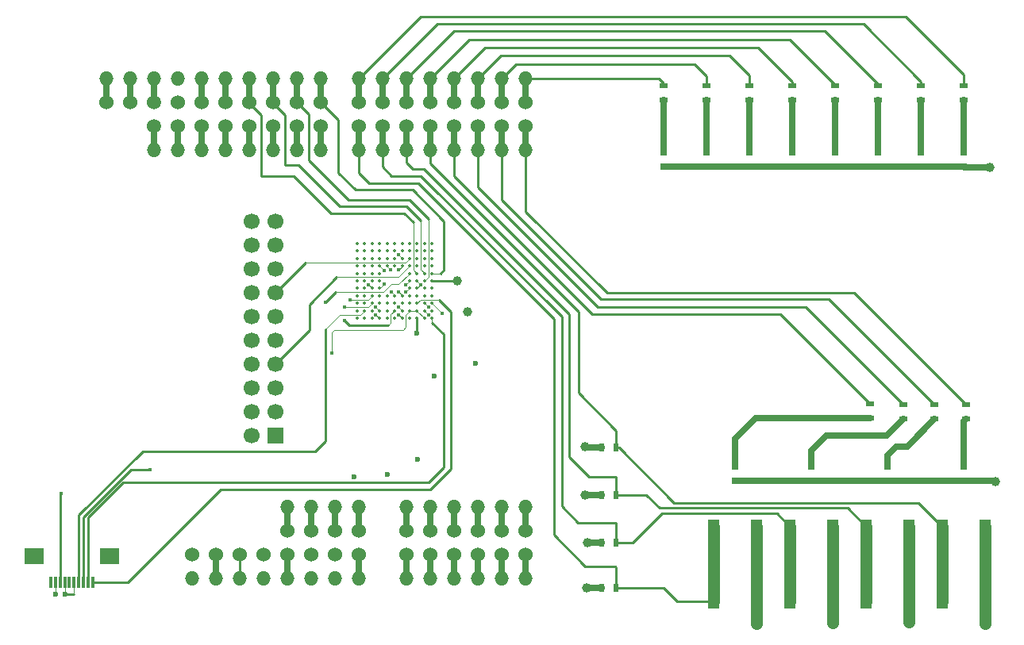
<source format=gbr>
G04 #@! TF.FileFunction,Copper,L1,Top,Signal*
%FSLAX46Y46*%
G04 Gerber Fmt 4.6, Leading zero omitted, Abs format (unit mm)*
G04 Created by KiCad (PCBNEW 4.0.6) date Tuesday 10. October 2017 13:08:52*
%MOMM*%
%LPD*%
G01*
G04 APERTURE LIST*
%ADD10C,0.100000*%
%ADD11R,2.000000X1.800000*%
%ADD12R,0.300000X1.300000*%
%ADD13O,1.524000X1.524000*%
%ADD14R,1.700000X1.700000*%
%ADD15C,1.700000*%
%ADD16C,0.350000*%
%ADD17R,0.500000X0.900000*%
%ADD18R,0.900000X0.500000*%
%ADD19C,1.524000*%
%ADD20C,1.523000*%
%ADD21R,1.300000X1.550000*%
%ADD22R,0.800000X0.800000*%
%ADD23C,1.000000*%
%ADD24C,0.400000*%
%ADD25C,0.600000*%
%ADD26C,0.635000*%
%ADD27C,1.270000*%
%ADD28C,0.250000*%
G04 APERTURE END LIST*
D10*
D11*
X138047000Y-124647200D03*
D12*
X139847000Y-127397200D03*
X140347000Y-127397200D03*
X140847000Y-127397200D03*
X141347000Y-127397200D03*
X141847000Y-127397200D03*
X142347000Y-127397200D03*
X142847000Y-127397200D03*
X143347000Y-127397200D03*
X143847000Y-127397200D03*
D11*
X146147000Y-124647200D03*
D12*
X144347000Y-127397200D03*
D13*
X168656000Y-73660000D03*
X166116000Y-73660000D03*
X163576000Y-73660000D03*
X161036000Y-73660000D03*
X158496000Y-73660000D03*
X155956000Y-73660000D03*
X153416000Y-73660000D03*
X150876000Y-73660000D03*
X148336000Y-73660000D03*
X145796000Y-73660000D03*
X154940000Y-127000000D03*
X157480000Y-127000000D03*
X160020000Y-127000000D03*
X162560000Y-127000000D03*
X165100000Y-127000000D03*
X167640000Y-127000000D03*
X170180000Y-127000000D03*
X172720000Y-127000000D03*
X190500000Y-73660000D03*
X187960000Y-73660000D03*
X185420000Y-73660000D03*
X182880000Y-73660000D03*
X180340000Y-73660000D03*
X177800000Y-73660000D03*
X175260000Y-73660000D03*
X172720000Y-73660000D03*
X168656000Y-81280000D03*
X166116000Y-81280000D03*
X163576000Y-81280000D03*
X161036000Y-81280000D03*
X158496000Y-81280000D03*
X155956000Y-81280000D03*
X153416000Y-81280000D03*
X150876000Y-81280000D03*
X190500000Y-81280000D03*
X187960000Y-81280000D03*
X185420000Y-81280000D03*
X182880000Y-81280000D03*
X180340000Y-81280000D03*
X177800000Y-81280000D03*
X175260000Y-81280000D03*
X172720000Y-81280000D03*
X177800000Y-127000000D03*
X180340000Y-127000000D03*
X182880000Y-127000000D03*
X185420000Y-127000000D03*
X187960000Y-127000000D03*
X190500000Y-127000000D03*
X165100000Y-119380000D03*
X167640000Y-119380000D03*
X170180000Y-119380000D03*
X172720000Y-119380000D03*
X177800000Y-119380000D03*
X180340000Y-119380000D03*
X182880000Y-119380000D03*
X185420000Y-119380000D03*
X187960000Y-119380000D03*
X190500000Y-119380000D03*
D14*
X163830000Y-111760000D03*
D15*
X161290000Y-111760000D03*
X163830000Y-109220000D03*
X161290000Y-109220000D03*
X163830000Y-106680000D03*
X161290000Y-106680000D03*
X163830000Y-104140000D03*
X161290000Y-104140000D03*
X163830000Y-101600000D03*
X161290000Y-101600000D03*
X163830000Y-99060000D03*
X161290000Y-99060000D03*
X163830000Y-96520000D03*
X161290000Y-96520000D03*
X163830000Y-93980000D03*
X161290000Y-93980000D03*
X163830000Y-91440000D03*
X161290000Y-91440000D03*
X163830000Y-88900000D03*
X161290000Y-88900000D03*
D16*
X172530000Y-91250000D03*
X173330000Y-91250000D03*
X174130000Y-91250000D03*
X174930000Y-91250000D03*
X175730000Y-91250000D03*
X176530000Y-91250000D03*
X177330000Y-91250000D03*
X178130000Y-91250000D03*
X178930000Y-91250000D03*
X179730000Y-91250000D03*
X180530000Y-91250000D03*
X172530000Y-92050000D03*
X173330000Y-92050000D03*
X174130000Y-92050000D03*
X174930000Y-92050000D03*
X175730000Y-92050000D03*
X176530000Y-92050000D03*
X177330000Y-92050000D03*
X178130000Y-92050000D03*
X178930000Y-92050000D03*
X179730000Y-92050000D03*
X180530000Y-92050000D03*
X172530000Y-92850000D03*
X173330000Y-92850000D03*
X174130000Y-92850000D03*
X174930000Y-92850000D03*
X175730000Y-92850000D03*
X176530000Y-92850000D03*
X177330000Y-92850000D03*
X178130000Y-92850000D03*
X178930000Y-92850000D03*
X179730000Y-92850000D03*
X180530000Y-92850000D03*
X172530000Y-93650000D03*
X173330000Y-93650000D03*
X174130000Y-93650000D03*
X174930000Y-93650000D03*
X175730000Y-93650000D03*
X176530000Y-93650000D03*
X177330000Y-93650000D03*
X178130000Y-93650000D03*
X178930000Y-93650000D03*
X179730000Y-93650000D03*
X180530000Y-93650000D03*
X172530000Y-94450000D03*
X173330000Y-94450000D03*
X174130000Y-94450000D03*
X174930000Y-94450000D03*
X178130000Y-94450000D03*
X178930000Y-94450000D03*
X179730000Y-94450000D03*
X180530000Y-94450000D03*
X172530000Y-95250000D03*
X173330000Y-95250000D03*
X174130000Y-95250000D03*
X174930000Y-95250000D03*
X178130000Y-95250000D03*
X178930000Y-95250000D03*
X179730000Y-95250000D03*
X180530000Y-95250000D03*
X172530000Y-96050000D03*
X173330000Y-96050000D03*
X174130000Y-96050000D03*
X174930000Y-96050000D03*
X178130000Y-96050000D03*
X178930000Y-96050000D03*
X179730000Y-96050000D03*
X180530000Y-96050000D03*
X172530000Y-96850000D03*
X173330000Y-96850000D03*
X174130000Y-96850000D03*
X174930000Y-96850000D03*
X175730000Y-96850000D03*
X176530000Y-96850000D03*
X177330000Y-96850000D03*
X178130000Y-96850000D03*
X178930000Y-96850000D03*
X179730000Y-96850000D03*
X180530000Y-96850000D03*
X172530000Y-97650000D03*
X173330000Y-97650000D03*
X174130000Y-97650000D03*
X174930000Y-97650000D03*
X175730000Y-97650000D03*
X176530000Y-97650000D03*
X177330000Y-97650000D03*
X178130000Y-97650000D03*
X178930000Y-97650000D03*
X179730000Y-97650000D03*
X180530000Y-97650000D03*
X172530000Y-98450000D03*
X173330000Y-98450000D03*
X174130000Y-98450000D03*
X174930000Y-98450000D03*
X175730000Y-98450000D03*
X176530000Y-98450000D03*
X177330000Y-98450000D03*
X178130000Y-98450000D03*
X178930000Y-98450000D03*
X179730000Y-98450000D03*
X180530000Y-98450000D03*
X172530000Y-99250000D03*
X173330000Y-99250000D03*
X174130000Y-99250000D03*
X174930000Y-99250000D03*
X175730000Y-99250000D03*
X176530000Y-99250000D03*
X177330000Y-99250000D03*
X178130000Y-99250000D03*
X178930000Y-99250000D03*
X179730000Y-99250000D03*
X180530000Y-99250000D03*
D17*
X200140000Y-128016000D03*
X198640000Y-128016000D03*
D18*
X227279200Y-109919200D03*
X227279200Y-108419200D03*
X230784400Y-109970000D03*
X230784400Y-108470000D03*
X234137200Y-109970000D03*
X234137200Y-108470000D03*
X237490000Y-109970000D03*
X237490000Y-108470000D03*
D17*
X200140000Y-123190000D03*
X198640000Y-123190000D03*
X200140000Y-118110000D03*
X198640000Y-118110000D03*
X200140000Y-113030000D03*
X198640000Y-113030000D03*
D18*
X237236000Y-75934000D03*
X237236000Y-74434000D03*
X232664000Y-75934000D03*
X232664000Y-74434000D03*
X228092000Y-75934000D03*
X228092000Y-74434000D03*
X223520000Y-75934000D03*
X223520000Y-74434000D03*
X218948000Y-75934000D03*
X218948000Y-74434000D03*
X214376000Y-75934000D03*
X214376000Y-74434000D03*
X209804000Y-75934000D03*
X209804000Y-74434000D03*
X205232000Y-75934000D03*
X205232000Y-74434000D03*
D19*
X165100000Y-121920000D03*
X167640000Y-121920000D03*
X170180000Y-121920000D03*
X172720000Y-121920000D03*
X182880000Y-121920000D03*
X180340000Y-121920000D03*
X177800000Y-121920000D03*
X185420000Y-121920000D03*
X187960000Y-121920000D03*
X190500000Y-121920000D03*
D20*
X150876000Y-78740000D03*
D19*
X153416000Y-78740000D03*
X155956000Y-78740000D03*
X158496000Y-78740000D03*
X161036000Y-78740000D03*
X163576000Y-78740000D03*
X166116000Y-78740000D03*
X168656000Y-78740000D03*
X172720000Y-78740000D03*
X175260000Y-78740000D03*
X177800000Y-78740000D03*
X180340000Y-78740000D03*
X182880000Y-78740000D03*
X185420000Y-78740000D03*
X187960000Y-78740000D03*
X190500000Y-78740000D03*
X190500000Y-124460000D03*
X187960000Y-124460000D03*
X185420000Y-124460000D03*
X177800000Y-124460000D03*
X180340000Y-124460000D03*
X182880000Y-124460000D03*
X172720000Y-124460000D03*
X170180000Y-124460000D03*
X167640000Y-124460000D03*
X162560000Y-124460000D03*
X160020000Y-124460000D03*
X190500000Y-76200000D03*
X187960000Y-76200000D03*
X185420000Y-76200000D03*
X182880000Y-76200000D03*
X180340000Y-76200000D03*
X177800000Y-76200000D03*
X175260000Y-76200000D03*
X172720000Y-76200000D03*
X168656000Y-76200000D03*
X166116000Y-76200000D03*
X163576000Y-76200000D03*
X161036000Y-76200000D03*
X158496000Y-76200000D03*
X155956000Y-76200000D03*
X153416000Y-76200000D03*
D20*
X150876000Y-76200000D03*
D19*
X165100000Y-124460000D03*
X148336000Y-76200000D03*
X145796000Y-76200000D03*
X157480000Y-124460000D03*
X154940000Y-124460000D03*
D21*
X215102000Y-129451000D03*
X215102000Y-121501000D03*
X210602000Y-121501000D03*
X210602000Y-129451000D03*
X223230000Y-129451000D03*
X223230000Y-121501000D03*
X218730000Y-121501000D03*
X218730000Y-129451000D03*
X231358000Y-129451000D03*
X231358000Y-121501000D03*
X226858000Y-121501000D03*
X226858000Y-129451000D03*
X239486000Y-129451000D03*
X239486000Y-121501000D03*
X234986000Y-121501000D03*
X234986000Y-129451000D03*
D22*
X212852000Y-115024000D03*
X212852000Y-116624000D03*
X220980000Y-115024000D03*
X220980000Y-116624000D03*
X229108000Y-115024000D03*
X229108000Y-116624000D03*
X237236000Y-115024000D03*
X237236000Y-116624000D03*
X237236000Y-81496000D03*
X237236000Y-83096000D03*
X232664000Y-81496000D03*
X232664000Y-83096000D03*
X228092000Y-81496000D03*
X228092000Y-83096000D03*
X223520000Y-81496000D03*
X223520000Y-83096000D03*
X218948000Y-81496000D03*
X218948000Y-83096000D03*
X214376000Y-81496000D03*
X214376000Y-83096000D03*
X209804000Y-81496000D03*
X209804000Y-83096000D03*
X205232000Y-81496000D03*
X205232000Y-83096000D03*
D23*
X184302400Y-98552000D03*
D24*
X174523400Y-98044000D03*
X180136800Y-98856800D03*
X176936400Y-98044000D03*
X176936400Y-98856800D03*
X173736000Y-95656400D03*
X176149000Y-96418400D03*
X179324000Y-95656400D03*
X176936400Y-92456000D03*
X175437800Y-94157800D03*
D23*
X240614200Y-116636800D03*
X239496600Y-131851400D03*
X231368600Y-131699000D03*
X223215200Y-131775200D03*
X215112600Y-131826000D03*
X240030000Y-83185000D03*
D25*
X180746400Y-105435400D03*
X172212000Y-116205000D03*
X178968400Y-114300000D03*
X140335000Y-128727200D03*
D24*
X177698400Y-95656400D03*
X177723800Y-96443800D03*
X174523400Y-98856800D03*
X175387000Y-95631000D03*
X176936400Y-96418400D03*
X176123600Y-94081600D03*
X176936400Y-94107000D03*
D23*
X196824600Y-112953800D03*
X196824600Y-118110000D03*
X197078600Y-123215400D03*
X197053200Y-128041400D03*
D25*
X185140600Y-104038400D03*
X175768000Y-115925600D03*
X141351000Y-128676400D03*
D23*
X183235600Y-95250000D03*
D25*
X178917600Y-100812600D03*
D24*
X169164000Y-97510600D03*
X171196000Y-99491800D03*
X171780200Y-97256600D03*
X171196000Y-98018600D03*
X180136800Y-98044000D03*
X150469600Y-115417600D03*
X169799000Y-102946200D03*
X181610000Y-98729800D03*
X140944600Y-117932200D03*
D10*
X174930000Y-98450000D02*
X174929400Y-98450000D01*
X174929400Y-98450000D02*
X174523400Y-98044000D01*
X179730000Y-98450000D02*
X180136800Y-98856800D01*
X177330000Y-98450000D02*
X177330000Y-98437600D01*
X177330000Y-98437600D02*
X176936400Y-98044000D01*
X177330000Y-99250000D02*
X177329600Y-99250000D01*
X177329600Y-99250000D02*
X176936400Y-98856800D01*
X174130000Y-96050000D02*
X174129600Y-96050000D01*
X174129600Y-96050000D02*
X173736000Y-95656400D01*
X176530000Y-96850000D02*
X176530000Y-96799400D01*
X176530000Y-96799400D02*
X176149000Y-96418400D01*
X178930000Y-95250000D02*
X178930000Y-95262400D01*
X178930000Y-95262400D02*
X179324000Y-95656400D01*
X178930000Y-96050000D02*
X178930400Y-96050000D01*
X178930400Y-96050000D02*
X179324000Y-95656400D01*
X177330000Y-92850000D02*
X177330000Y-92849600D01*
X177330000Y-92849600D02*
X176936400Y-92456000D01*
X174930000Y-93650000D02*
X175437800Y-94157800D01*
D26*
X237236000Y-116624000D02*
X240601400Y-116624000D01*
X240601400Y-116624000D02*
X240614200Y-116636800D01*
X212852000Y-116624000D02*
X220980000Y-116624000D01*
X220980000Y-116624000D02*
X229108000Y-116624000D01*
X229108000Y-116624000D02*
X237236000Y-116624000D01*
D27*
X239486000Y-129451000D02*
X239486000Y-131840800D01*
X231358000Y-129451000D02*
X231358000Y-131688400D01*
X223230000Y-129451000D02*
X223230000Y-131760400D01*
X215102000Y-129451000D02*
X215102000Y-131815400D01*
X239486000Y-129451000D02*
X239486000Y-121501000D01*
X231358000Y-129451000D02*
X231358000Y-121501000D01*
X223230000Y-129451000D02*
X223230000Y-121501000D01*
X215102000Y-129451000D02*
X215102000Y-121501000D01*
D26*
X205232000Y-83096000D02*
X209804000Y-83096000D01*
X209804000Y-83096000D02*
X214376000Y-83096000D01*
X214376000Y-83096000D02*
X218948000Y-83096000D01*
X218948000Y-83096000D02*
X223520000Y-83096000D01*
X223520000Y-83096000D02*
X228092000Y-83096000D01*
X228092000Y-83096000D02*
X232664000Y-83096000D01*
X232664000Y-83096000D02*
X237236000Y-83096000D01*
X237236000Y-83096000D02*
X237325000Y-83185000D01*
X237325000Y-83185000D02*
X240030000Y-83185000D01*
D10*
X140347000Y-127397200D02*
X140347000Y-128715200D01*
X140347000Y-128715200D02*
X140335000Y-128727200D01*
D26*
X212852000Y-115024000D02*
X212852000Y-112090200D01*
X215023000Y-109919200D02*
X227279200Y-109919200D01*
X212852000Y-112090200D02*
X215023000Y-109919200D01*
X220980000Y-115024000D02*
X220980000Y-113385600D01*
X228994400Y-111760000D02*
X230784400Y-109970000D01*
X222605600Y-111760000D02*
X228994400Y-111760000D01*
X220980000Y-113385600D02*
X222605600Y-111760000D01*
X229108000Y-115024000D02*
X229108000Y-113842800D01*
X231178800Y-112928400D02*
X234137200Y-109970000D01*
X230022400Y-112928400D02*
X231178800Y-112928400D01*
X229108000Y-113842800D02*
X230022400Y-112928400D01*
X237236000Y-115024000D02*
X237236000Y-110224000D01*
X237236000Y-110224000D02*
X237490000Y-109970000D01*
X237236000Y-75934000D02*
X237236000Y-81496000D01*
X232664000Y-75934000D02*
X232664000Y-81496000D01*
X228092000Y-75934000D02*
X228092000Y-81496000D01*
X223520000Y-75934000D02*
X223520000Y-81496000D01*
X218948000Y-75934000D02*
X218948000Y-81496000D01*
X214376000Y-75934000D02*
X214376000Y-81496000D01*
X209804000Y-75934000D02*
X209804000Y-81496000D01*
X205232000Y-75934000D02*
X205232000Y-81496000D01*
X165100000Y-127000000D02*
X165100000Y-124460000D01*
D28*
X160020000Y-127000000D02*
X160020000Y-124460000D01*
D26*
X177800000Y-127000000D02*
X177800000Y-124460000D01*
X180340000Y-127000000D02*
X180340000Y-124460000D01*
X182880000Y-127000000D02*
X182880000Y-124460000D01*
X185420000Y-127000000D02*
X185420000Y-124460000D01*
X187960000Y-127000000D02*
X187960000Y-124460000D01*
X190500000Y-127000000D02*
X190500000Y-124460000D01*
X165100000Y-121920000D02*
X165100000Y-119380000D01*
X167640000Y-121920000D02*
X167640000Y-119380000D01*
X177800000Y-121920000D02*
X177800000Y-119380000D01*
X180340000Y-121920000D02*
X180340000Y-119380000D01*
X182880000Y-121920000D02*
X182880000Y-119380000D01*
X185420000Y-121920000D02*
X185420000Y-119380000D01*
X187960000Y-121920000D02*
X187960000Y-119380000D01*
X190500000Y-121920000D02*
X190500000Y-119380000D01*
X158496000Y-73660000D02*
X158496000Y-76200000D01*
X155956000Y-76200000D02*
X155956000Y-73660000D01*
X168656000Y-81280000D02*
X168656000Y-78740000D01*
X166116000Y-81280000D02*
X166116000Y-78740000D01*
X163576000Y-81280000D02*
X163576000Y-78740000D01*
X161036000Y-81280000D02*
X161036000Y-78740000D01*
X158496000Y-78740000D02*
X158496000Y-81280000D01*
X155956000Y-81280000D02*
X155956000Y-78740000D01*
X153416000Y-81280000D02*
X153416000Y-78740000D01*
X150876000Y-78740000D02*
X150876000Y-81280000D01*
D10*
X178130000Y-95250000D02*
X178104800Y-95250000D01*
X178104800Y-95250000D02*
X177698400Y-95656400D01*
X178130000Y-96050000D02*
X178117600Y-96050000D01*
X178117600Y-96050000D02*
X177723800Y-96443800D01*
X174930000Y-99250000D02*
X174916600Y-99250000D01*
X174916600Y-99250000D02*
X174523400Y-98856800D01*
X174930000Y-96050000D02*
X174968000Y-96050000D01*
X174968000Y-96050000D02*
X175387000Y-95631000D01*
X177330000Y-96850000D02*
X177330000Y-96812000D01*
X177330000Y-96812000D02*
X176936400Y-96418400D01*
X178130000Y-95250000D02*
X178079400Y-95250000D01*
X178130000Y-95250000D02*
X178054000Y-95250000D01*
X178130000Y-96050000D02*
X178041200Y-96050000D01*
X175730000Y-93650000D02*
X175730000Y-93688000D01*
X175730000Y-93688000D02*
X176123600Y-94081600D01*
X177330000Y-93650000D02*
X177330000Y-93713400D01*
X177330000Y-93713400D02*
X176936400Y-94107000D01*
D26*
X198640000Y-113030000D02*
X196900800Y-113030000D01*
X198640000Y-118110000D02*
X196824600Y-118110000D01*
X198640000Y-123190000D02*
X197104000Y-123190000D01*
X198640000Y-128016000D02*
X197078600Y-128016000D01*
D10*
X142347000Y-127397200D02*
X142347000Y-128721800D01*
X141347000Y-128672400D02*
X141351000Y-128676400D01*
X141347000Y-128672400D02*
X141347000Y-127397200D01*
D28*
X142301600Y-128676400D02*
X141351000Y-128676400D01*
X142347000Y-128721800D02*
X142301600Y-128676400D01*
X205232000Y-74434000D02*
X205232000Y-74142600D01*
X204749400Y-73660000D02*
X190500000Y-73660000D01*
X205232000Y-74142600D02*
X204749400Y-73660000D01*
D26*
X190500000Y-76200000D02*
X190500000Y-73660000D01*
D28*
X209804000Y-74434000D02*
X209804000Y-73406000D01*
X189484000Y-72136000D02*
X187960000Y-73660000D01*
X208534000Y-72136000D02*
X189484000Y-72136000D01*
X209804000Y-73406000D02*
X208534000Y-72136000D01*
D26*
X187960000Y-73660000D02*
X187960000Y-76200000D01*
D28*
X214376000Y-74434000D02*
X214376000Y-73329800D01*
X187833000Y-71247000D02*
X185420000Y-73660000D01*
X212293200Y-71247000D02*
X187833000Y-71247000D01*
X214376000Y-73329800D02*
X212293200Y-71247000D01*
D26*
X185420000Y-76200000D02*
X185420000Y-73660000D01*
D28*
X218948000Y-74434000D02*
X218948000Y-73990200D01*
X186182000Y-70358000D02*
X182880000Y-73660000D01*
X215315800Y-70358000D02*
X186182000Y-70358000D01*
X218948000Y-73990200D02*
X215315800Y-70358000D01*
D26*
X182880000Y-73660000D02*
X182880000Y-76200000D01*
D28*
X223520000Y-74434000D02*
X223520000Y-74371200D01*
X223520000Y-74371200D02*
X218668600Y-69519800D01*
X218668600Y-69519800D02*
X184480200Y-69519800D01*
X184480200Y-69519800D02*
X180340000Y-73660000D01*
D26*
X180340000Y-76200000D02*
X180340000Y-73660000D01*
D28*
X228092000Y-74434000D02*
X228092000Y-74244200D01*
X228092000Y-74244200D02*
X222402400Y-68554600D01*
X222402400Y-68554600D02*
X182905400Y-68554600D01*
X182905400Y-68554600D02*
X177800000Y-73660000D01*
D26*
X177800000Y-73660000D02*
X177800000Y-76200000D01*
D28*
X181076600Y-67843400D02*
X175260000Y-73660000D01*
X226542600Y-67843400D02*
X181076600Y-67843400D01*
X232664000Y-73964800D02*
X226542600Y-67843400D01*
X232664000Y-74434000D02*
X232664000Y-73964800D01*
D26*
X175260000Y-76200000D02*
X175260000Y-73660000D01*
D28*
X179349400Y-67030600D02*
X172720000Y-73660000D01*
X231063800Y-67030600D02*
X179349400Y-67030600D01*
X237236000Y-73202800D02*
X231063800Y-67030600D01*
X237236000Y-74434000D02*
X237236000Y-73202800D01*
D26*
X172720000Y-73660000D02*
X172720000Y-76200000D01*
D28*
X190500000Y-81280000D02*
X190500000Y-87858600D01*
X225565400Y-96545400D02*
X237490000Y-108470000D01*
X199186800Y-96545400D02*
X225565400Y-96545400D01*
X190500000Y-87858600D02*
X199186800Y-96545400D01*
D26*
X190500000Y-78740000D02*
X190500000Y-81280000D01*
D28*
X187960000Y-81280000D02*
X187960000Y-86588600D01*
X222873000Y-97205800D02*
X234137200Y-108470000D01*
X198577200Y-97205800D02*
X222873000Y-97205800D01*
X187960000Y-86588600D02*
X198577200Y-97205800D01*
D26*
X187960000Y-81280000D02*
X187960000Y-78740000D01*
D28*
X185420000Y-81280000D02*
X185420000Y-85267800D01*
X220358400Y-98044000D02*
X230784400Y-108470000D01*
X198196200Y-98044000D02*
X220358400Y-98044000D01*
X185420000Y-85267800D02*
X198196200Y-98044000D01*
D26*
X185420000Y-81280000D02*
X185420000Y-78740000D01*
D28*
X182880000Y-81280000D02*
X182880000Y-84048600D01*
X217640600Y-98780600D02*
X227279200Y-108419200D01*
X197612000Y-98780600D02*
X217640600Y-98780600D01*
X182880000Y-84048600D02*
X197612000Y-98780600D01*
D26*
X182880000Y-81280000D02*
X182880000Y-78740000D01*
D28*
X180340000Y-81280000D02*
X180340000Y-82753200D01*
X200140000Y-111214600D02*
X200140000Y-113030000D01*
X196138800Y-107213400D02*
X200140000Y-111214600D01*
X196138800Y-98552000D02*
X196138800Y-107213400D01*
X180340000Y-82753200D02*
X196138800Y-98552000D01*
X200140000Y-113030000D02*
X200456800Y-113030000D01*
X232407800Y-118922800D02*
X234986000Y-121501000D01*
X206349600Y-118922800D02*
X232407800Y-118922800D01*
X200456800Y-113030000D02*
X206349600Y-118922800D01*
D26*
X180340000Y-81280000D02*
X180340000Y-78740000D01*
D27*
X234986000Y-129451000D02*
X234986000Y-121501000D01*
D28*
X177800000Y-81280000D02*
X177800000Y-82600800D01*
X200140000Y-116167600D02*
X200140000Y-118110000D01*
X200126600Y-116154200D02*
X200140000Y-116167600D01*
X197281800Y-116154200D02*
X200126600Y-116154200D01*
X195173600Y-114046000D02*
X197281800Y-116154200D01*
X195173600Y-98831400D02*
X195173600Y-114046000D01*
X179654200Y-83312000D02*
X195173600Y-98831400D01*
X178511200Y-83312000D02*
X179654200Y-83312000D01*
X177800000Y-82600800D02*
X178511200Y-83312000D01*
X200140000Y-118110000D02*
X203403200Y-118110000D01*
X203403200Y-118110000D02*
X204800200Y-119507000D01*
X204800200Y-119507000D02*
X224864000Y-119507000D01*
X224864000Y-119507000D02*
X226858000Y-121501000D01*
D26*
X177800000Y-81280000D02*
X177800000Y-78740000D01*
D27*
X226858000Y-129451000D02*
X226858000Y-121501000D01*
D28*
X175260000Y-81280000D02*
X175260000Y-83083400D01*
X200140000Y-121095200D02*
X200140000Y-123190000D01*
X200101200Y-121056400D02*
X200140000Y-121095200D01*
X196113400Y-121056400D02*
X200101200Y-121056400D01*
X194360800Y-119303800D02*
X196113400Y-121056400D01*
X194360800Y-99060000D02*
X194360800Y-119303800D01*
X179349400Y-84048600D02*
X194360800Y-99060000D01*
X176225200Y-84048600D02*
X179349400Y-84048600D01*
X175260000Y-83083400D02*
X176225200Y-84048600D01*
X200140000Y-123190000D02*
X201955400Y-123190000D01*
X201955400Y-123190000D02*
X205079600Y-120065800D01*
X205079600Y-120065800D02*
X217294800Y-120065800D01*
X217294800Y-120065800D02*
X218730000Y-121501000D01*
D26*
X175260000Y-81280000D02*
X175260000Y-78740000D01*
D27*
X218730000Y-129451000D02*
X218730000Y-121501000D01*
D28*
X172720000Y-81280000D02*
X172720000Y-83718400D01*
X200140000Y-125819600D02*
X200140000Y-128016000D01*
X200050400Y-125730000D02*
X200140000Y-125819600D01*
X196875400Y-125730000D02*
X200050400Y-125730000D01*
X193522600Y-122377200D02*
X196875400Y-125730000D01*
X193522600Y-99288600D02*
X193522600Y-122377200D01*
X179044600Y-84810600D02*
X193522600Y-99288600D01*
X173812200Y-84810600D02*
X179044600Y-84810600D01*
X172720000Y-83718400D02*
X173812200Y-84810600D01*
X200140000Y-128016000D02*
X205257400Y-128016000D01*
X205257400Y-128016000D02*
X206692400Y-129451000D01*
X206692400Y-129451000D02*
X210602000Y-129451000D01*
D26*
X172720000Y-81280000D02*
X172720000Y-78740000D01*
D27*
X210602000Y-129451000D02*
X210602000Y-121501000D01*
D28*
X180530000Y-95250000D02*
X183235600Y-95250000D01*
D26*
X157480000Y-127000000D02*
X157480000Y-124460000D01*
X172720000Y-127000000D02*
X172720000Y-124460000D01*
X170180000Y-121920000D02*
X170180000Y-119380000D01*
X172720000Y-121920000D02*
X172720000Y-119380000D01*
X150876000Y-76200000D02*
X150876000Y-73660000D01*
D28*
X178930000Y-99250000D02*
X178930000Y-100800200D01*
D10*
X178930000Y-100800200D02*
X178917600Y-100812600D01*
X178130000Y-93650000D02*
X178104600Y-93650000D01*
X178104600Y-93650000D02*
X176911000Y-94843600D01*
X176911000Y-94843600D02*
X170383200Y-94843600D01*
D28*
X170383200Y-94843600D02*
X167462200Y-97764600D01*
X167462200Y-97764600D02*
X167462200Y-100507800D01*
X167462200Y-100507800D02*
X163830000Y-104140000D01*
D10*
X178130000Y-94450000D02*
X178117400Y-94450000D01*
X178117400Y-94450000D02*
X176987200Y-95580200D01*
X176987200Y-95580200D02*
X176199800Y-95580200D01*
X176199800Y-95580200D02*
X175336200Y-96443800D01*
X175336200Y-96443800D02*
X170230800Y-96443800D01*
D28*
X170230800Y-96443800D02*
X169164000Y-97510600D01*
D10*
X178130000Y-92862600D02*
X177723800Y-93268800D01*
X177723800Y-93268800D02*
X167081200Y-93268800D01*
D28*
X167081200Y-93268800D02*
X163830000Y-96520000D01*
D10*
X176530000Y-98450000D02*
X176505000Y-98450000D01*
X176505000Y-98450000D02*
X176123600Y-98831400D01*
D28*
X171704000Y-99999800D02*
X171196000Y-99491800D01*
X175869600Y-99999800D02*
X171704000Y-99999800D01*
D10*
X176123600Y-99745800D02*
X175869600Y-99999800D01*
X176123600Y-98831400D02*
X176123600Y-99745800D01*
X176530000Y-98450000D02*
X176529600Y-98450000D01*
X180530000Y-94450000D02*
X181394000Y-94450000D01*
D28*
X170510200Y-78054200D02*
X168656000Y-76200000D01*
X170510200Y-83718400D02*
X170510200Y-78054200D01*
X172339000Y-85547200D02*
X170510200Y-83718400D01*
X178435000Y-85547200D02*
X172339000Y-85547200D01*
X181813200Y-88925400D02*
X178435000Y-85547200D01*
X181813200Y-94030800D02*
X181813200Y-88925400D01*
X181394000Y-94450000D02*
X181813200Y-94030800D01*
D26*
X168656000Y-76200000D02*
X168656000Y-73660000D01*
D10*
X179730000Y-95250000D02*
X179730400Y-95250000D01*
X179730400Y-95250000D02*
X180136800Y-94843600D01*
X180136800Y-94843600D02*
X180136800Y-88671400D01*
D28*
X180136800Y-88671400D02*
X178104800Y-86639400D01*
X178104800Y-86639400D02*
X171602400Y-86639400D01*
X171602400Y-86639400D02*
X167386000Y-82423000D01*
X167386000Y-82423000D02*
X167386000Y-77470000D01*
X167386000Y-77470000D02*
X166116000Y-76200000D01*
D26*
X166116000Y-73660000D02*
X166116000Y-76200000D01*
D10*
X179730000Y-94450000D02*
X179730000Y-94436800D01*
X179730000Y-94436800D02*
X179324000Y-94030800D01*
X179324000Y-94030800D02*
X179324000Y-88849200D01*
D28*
X179324000Y-88849200D02*
X177774600Y-87299800D01*
X177774600Y-87299800D02*
X170688000Y-87299800D01*
X170688000Y-87299800D02*
X166268400Y-82880200D01*
X166268400Y-82880200D02*
X164871400Y-82880200D01*
X164871400Y-82880200D02*
X164871400Y-77546200D01*
X164871400Y-77546200D02*
X163576000Y-76250800D01*
D10*
X163576000Y-76250800D02*
X163576000Y-76200000D01*
D26*
X163576000Y-76200000D02*
X163576000Y-73660000D01*
D10*
X178930000Y-94450000D02*
X178930000Y-94449600D01*
X178930000Y-94449600D02*
X178536600Y-94056200D01*
X178536600Y-94056200D02*
X178536600Y-89027000D01*
D28*
X178536600Y-89027000D02*
X177571400Y-88061800D01*
X177571400Y-88061800D02*
X169748200Y-88061800D01*
X169748200Y-88061800D02*
X165785800Y-84099400D01*
X165785800Y-84099400D02*
X162306000Y-84099400D01*
X162306000Y-84099400D02*
X162306000Y-77597000D01*
X162306000Y-77597000D02*
X161036000Y-76327000D01*
D10*
X161036000Y-76327000D02*
X161036000Y-76200000D01*
D26*
X161036000Y-73660000D02*
X161036000Y-76200000D01*
D10*
X174130000Y-96850000D02*
X174117200Y-96850000D01*
X174117200Y-96850000D02*
X173710600Y-97256600D01*
X173710600Y-97256600D02*
X171780200Y-97256600D01*
D26*
X148336000Y-73660000D02*
X148336000Y-76200000D01*
D10*
X174130000Y-97650000D02*
X173736000Y-98044000D01*
X171221400Y-98044000D02*
X171196000Y-98018600D01*
X173736000Y-98044000D02*
X171221400Y-98044000D01*
D26*
X145796000Y-76200000D02*
X145796000Y-73660000D01*
D10*
X179730000Y-97650000D02*
X179742800Y-97650000D01*
X179742800Y-97650000D02*
X180136800Y-98044000D01*
D28*
X150469600Y-115417600D02*
X148386800Y-115417600D01*
X148386800Y-115417600D02*
X143357600Y-120446800D01*
X143357600Y-120446800D02*
X143357600Y-127386600D01*
D10*
X143357600Y-127386600D02*
X143347000Y-127397200D01*
X180530000Y-99250000D02*
X180530000Y-99758000D01*
D28*
X143847000Y-120490800D02*
X143847000Y-127397200D01*
X147599400Y-116738400D02*
X143847000Y-120490800D01*
X180187600Y-116738400D02*
X147599400Y-116738400D01*
X181737000Y-115189000D02*
X180187600Y-116738400D01*
X181737000Y-100965000D02*
X181737000Y-115189000D01*
X180530000Y-99758000D02*
X181737000Y-100965000D01*
D10*
X178930000Y-97650000D02*
X178930600Y-97650000D01*
X178930600Y-97650000D02*
X179324000Y-97256600D01*
X179324000Y-97256600D02*
X181229000Y-97256600D01*
D28*
X181229000Y-97256600D02*
X182549800Y-98577400D01*
X182549800Y-98577400D02*
X182549800Y-115341400D01*
X182549800Y-115341400D02*
X180365400Y-117525800D01*
X180365400Y-117525800D02*
X157988000Y-117525800D01*
X157988000Y-117525800D02*
X148116600Y-127397200D01*
X148116600Y-127397200D02*
X144347000Y-127397200D01*
D10*
X178130000Y-98450000D02*
X178130000Y-98450600D01*
X178130000Y-98450600D02*
X177723800Y-98856800D01*
X169799000Y-100787200D02*
X169799000Y-102946200D01*
X170078400Y-100507800D02*
X169799000Y-100787200D01*
X177419000Y-100507800D02*
X170078400Y-100507800D01*
X177723800Y-100203000D02*
X177419000Y-100507800D01*
X177723800Y-98856800D02*
X177723800Y-100203000D01*
X179730000Y-99250000D02*
X178930000Y-98450000D01*
X178930000Y-98450000D02*
X178130000Y-98450000D01*
X180530000Y-97650000D02*
X180530200Y-97650000D01*
X180530200Y-97650000D02*
X181610000Y-98729800D01*
X140944600Y-117932200D02*
X140847000Y-118029800D01*
D28*
X140847000Y-118029800D02*
X140847000Y-127397200D01*
X142847000Y-127397200D02*
X142847000Y-120246200D01*
D10*
X172923200Y-98856800D02*
X173330000Y-98450000D01*
X170713400Y-98856800D02*
X172923200Y-98856800D01*
X169138600Y-100431600D02*
X170713400Y-98856800D01*
D28*
X169138600Y-112395000D02*
X169138600Y-100431600D01*
X168097200Y-113436400D02*
X169138600Y-112395000D01*
X149656800Y-113436400D02*
X168097200Y-113436400D01*
X142847000Y-120246200D02*
X149656800Y-113436400D01*
M02*

</source>
